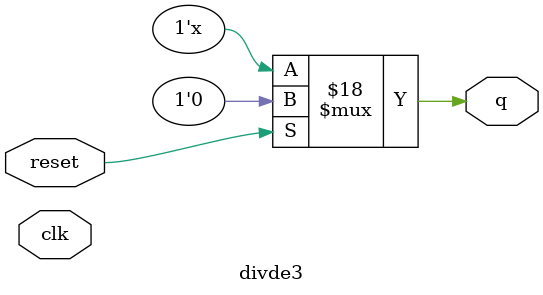
<source format=v>
module divde3(
input clk,reset,
output reg q
);
integer counter;
always@(clk)
begin

if(reset)
begin
q<=1'b0;
counter<=0;
end
else if(counter==2)
begin
counter<=0;
q<=~q;
end
else
counter=counter+1;

end


endmodule

</source>
